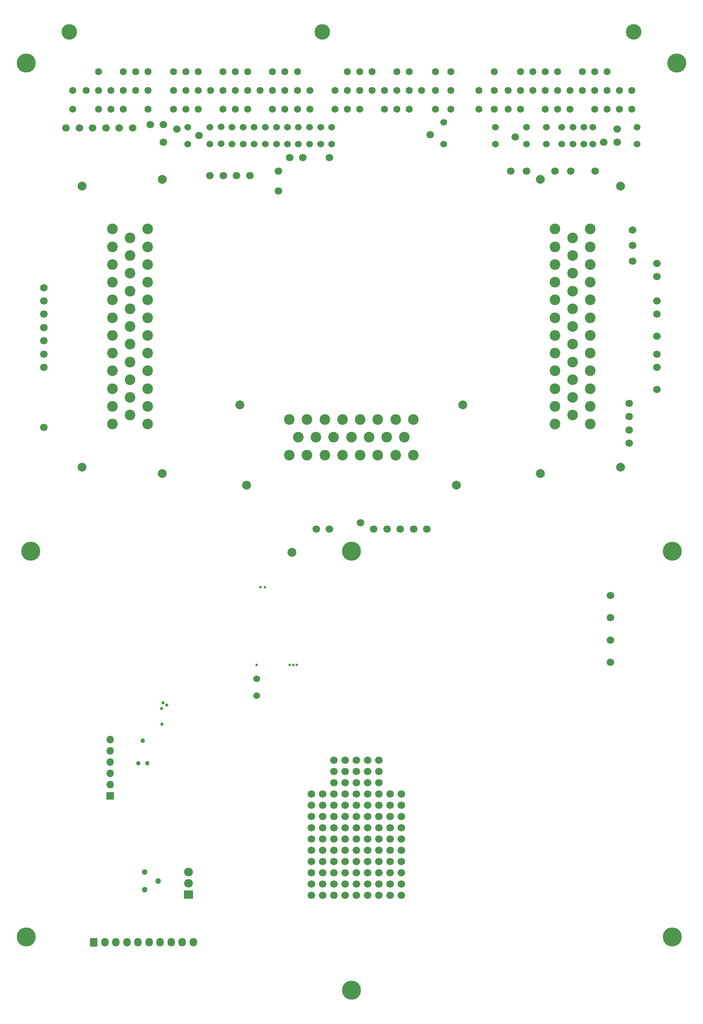
<source format=gbs>
G75*
G70*
%OFA0B0*%
%FSLAX25Y25*%
%IPPOS*%
%LPD*%
%AMOC8*
5,1,8,0,0,1.08239X$1,22.5*
%
%ADD10C,0.06693*%
%ADD107C,0.02913*%
%ADD11C,0.06000*%
%ADD113R,0.07874X0.07500*%
%ADD114O,0.07874X0.07500*%
%ADD13C,0.02362*%
%ADD26C,0.09449*%
%ADD27O,0.06693X0.07677*%
%ADD28C,0.06299*%
%ADD38R,0.06693X0.06693*%
%ADD39O,0.06693X0.06693*%
%ADD45C,0.07874*%
%ADD46C,0.16929*%
%ADD47C,0.13780*%
%ADD74C,0.05118*%
%ADD91C,0.03900*%
X0000000Y0000000D02*
%LPD*%
G01*
D10*
X0576772Y0568898D03*
X0051181Y0781496D03*
X0299528Y0150079D03*
X0299528Y0160079D03*
X0299528Y0170079D03*
X0299528Y0180079D03*
X0299528Y0190079D03*
X0309528Y0150079D03*
X0309528Y0160079D03*
X0309528Y0170079D03*
X0309528Y0180079D03*
X0309528Y0190079D03*
X0319528Y0150079D03*
X0319528Y0160079D03*
X0319528Y0170079D03*
X0319528Y0180079D03*
X0319528Y0190079D03*
X0535433Y0366142D03*
D11*
X0188976Y0782498D03*
X0188976Y0767498D03*
D46*
X0305118Y0015748D03*
D10*
X0521654Y0743307D03*
X0486220Y0743307D03*
D11*
X0228346Y0782303D03*
X0228346Y0767303D03*
D10*
X0450787Y0773622D03*
X0446850Y0743307D03*
X0535433Y0326772D03*
D46*
X0019685Y0405512D03*
D11*
X0501969Y0782303D03*
X0501969Y0767303D03*
D10*
X0031496Y0592520D03*
X0576772Y0596457D03*
D46*
X0015748Y0839370D03*
D10*
X0250000Y0755118D03*
X0137795Y0768898D03*
X0031496Y0568898D03*
X0285433Y0425197D03*
D13*
X0220571Y0304724D03*
X0250098Y0304724D03*
X0253248Y0304724D03*
X0256398Y0304724D03*
X0228051Y0373720D03*
X0224114Y0373720D03*
D10*
X0074803Y0781496D03*
X0541339Y0768898D03*
D46*
X0590551Y0062992D03*
D10*
X0535433Y0307087D03*
X0551969Y0501575D03*
X0179134Y0739370D03*
X0541339Y0780709D03*
X0329528Y0200079D03*
X0319528Y0200079D03*
X0309528Y0200079D03*
X0299528Y0200079D03*
X0289528Y0200079D03*
X0329528Y0210079D03*
X0319528Y0210079D03*
X0309528Y0210079D03*
X0299528Y0210079D03*
X0289528Y0210079D03*
X0329528Y0220079D03*
X0319528Y0220079D03*
X0309528Y0220079D03*
X0299528Y0220079D03*
X0289528Y0220079D03*
D13*
X0137254Y0270919D03*
X0140699Y0268852D03*
X0136073Y0265899D03*
X0136368Y0251923D03*
D10*
X0576772Y0616142D03*
D45*
X0544291Y0480413D03*
X0544291Y0730020D03*
X0473032Y0474508D03*
X0473032Y0735925D03*
X0404134Y0535531D03*
X0398228Y0464272D03*
X0211614Y0464272D03*
X0205709Y0535531D03*
X0136811Y0474508D03*
X0136811Y0735925D03*
X0065551Y0480413D03*
X0065551Y0730020D03*
D26*
X0517520Y0518602D03*
X0517520Y0534350D03*
X0517520Y0550098D03*
X0517520Y0565846D03*
X0517520Y0581594D03*
X0517520Y0597343D03*
X0517520Y0613091D03*
X0517520Y0628839D03*
X0517520Y0644587D03*
X0517520Y0660335D03*
X0517520Y0676083D03*
X0517520Y0691831D03*
X0501772Y0526476D03*
X0501772Y0542224D03*
X0501772Y0557972D03*
X0501772Y0573720D03*
X0501772Y0589469D03*
X0501772Y0605217D03*
X0501772Y0620965D03*
X0501772Y0636713D03*
X0501772Y0652461D03*
X0501772Y0668209D03*
X0501772Y0683957D03*
X0486024Y0518602D03*
X0486024Y0534350D03*
X0486024Y0550098D03*
X0486024Y0565846D03*
X0486024Y0581594D03*
X0486024Y0597343D03*
X0486024Y0613091D03*
X0486024Y0628839D03*
X0486024Y0644587D03*
X0486024Y0660335D03*
X0486024Y0676083D03*
X0486024Y0691831D03*
X0249803Y0491043D03*
X0265551Y0491043D03*
X0281299Y0491043D03*
X0297047Y0491043D03*
X0312795Y0491043D03*
X0328543Y0491043D03*
X0344291Y0491043D03*
X0360039Y0491043D03*
X0257677Y0506791D03*
X0273425Y0506791D03*
X0289173Y0506791D03*
X0304921Y0506791D03*
X0320669Y0506791D03*
X0336417Y0506791D03*
X0352165Y0506791D03*
X0249803Y0522539D03*
X0265551Y0522539D03*
X0281299Y0522539D03*
X0297047Y0522539D03*
X0312795Y0522539D03*
X0328543Y0522539D03*
X0344291Y0522539D03*
X0360039Y0522539D03*
X0092323Y0691831D03*
X0092323Y0676083D03*
X0092323Y0660335D03*
X0092323Y0644587D03*
X0092323Y0628839D03*
X0092323Y0613091D03*
X0092323Y0597343D03*
X0092323Y0581594D03*
X0092323Y0565846D03*
X0092323Y0550098D03*
X0092323Y0534350D03*
X0092323Y0518602D03*
X0108071Y0683957D03*
X0108071Y0668209D03*
X0108071Y0652461D03*
X0108071Y0636713D03*
X0108071Y0620965D03*
X0108071Y0605217D03*
X0108071Y0589469D03*
X0108071Y0573720D03*
X0108071Y0557972D03*
X0108071Y0542224D03*
X0108071Y0526476D03*
X0123819Y0691831D03*
X0123819Y0676083D03*
X0123819Y0660335D03*
X0123819Y0644587D03*
X0123819Y0628839D03*
X0123819Y0613091D03*
X0123819Y0597343D03*
X0123819Y0581594D03*
X0123819Y0565846D03*
X0123819Y0550098D03*
X0123819Y0534350D03*
X0123819Y0518602D03*
D10*
X0299528Y0100079D03*
X0299528Y0110079D03*
X0299528Y0120079D03*
X0299528Y0130079D03*
X0299528Y0140079D03*
X0309528Y0100079D03*
X0309528Y0110079D03*
X0309528Y0120079D03*
X0309528Y0130079D03*
X0309528Y0140079D03*
X0319528Y0100079D03*
X0319528Y0110079D03*
X0319528Y0120079D03*
X0319528Y0130079D03*
X0319528Y0140079D03*
G36*
G01*
X0072441Y0055295D02*
X0072441Y0061004D01*
G75*
G02*
X0073425Y0061988I0000984J0000000D01*
G01*
X0078150Y0061988D01*
G75*
G02*
X0079134Y0061004I0000000J-000984D01*
G01*
X0079134Y0055295D01*
G75*
G02*
X0078150Y0054311I-000984J0000000D01*
G01*
X0073425Y0054311D01*
G75*
G02*
X0072441Y0055295I0000000J0000984D01*
G01*
G37*
D27*
X0085630Y0058150D03*
X0095472Y0058150D03*
X0105315Y0058150D03*
X0115157Y0058150D03*
X0125000Y0058150D03*
X0134843Y0058150D03*
X0144685Y0058150D03*
X0154528Y0058150D03*
X0164370Y0058150D03*
D10*
X0375073Y0775591D03*
X0551969Y0525197D03*
D11*
X0478346Y0782303D03*
X0478346Y0767303D03*
X0198819Y0782303D03*
X0198819Y0767303D03*
X0267717Y0782303D03*
X0267717Y0767303D03*
X0387008Y0786655D03*
X0387008Y0767364D03*
X0511811Y0782303D03*
X0511811Y0767303D03*
D10*
X0062992Y0781496D03*
X0529528Y0768898D03*
X0329528Y0150079D03*
X0329528Y0160079D03*
X0329528Y0170079D03*
X0329528Y0180079D03*
X0329528Y0190079D03*
X0339528Y0150079D03*
X0339528Y0160079D03*
X0339528Y0170079D03*
X0339528Y0180079D03*
X0339528Y0190079D03*
X0349528Y0150079D03*
X0349528Y0160079D03*
X0349528Y0170079D03*
X0349528Y0180079D03*
X0349528Y0190079D03*
D46*
X0590551Y0405512D03*
D10*
X0031496Y0515748D03*
X0372047Y0425197D03*
D46*
X0015748Y0062992D03*
D10*
X0240157Y0743307D03*
X0269528Y0100079D03*
X0269528Y0110079D03*
X0269528Y0120079D03*
X0269528Y0130079D03*
X0269528Y0140079D03*
X0279528Y0100079D03*
X0279528Y0110079D03*
X0279528Y0120079D03*
X0279528Y0130079D03*
X0279528Y0140079D03*
X0289528Y0100079D03*
X0289528Y0110079D03*
X0289528Y0120079D03*
X0289528Y0130079D03*
X0289528Y0140079D03*
X0551969Y0513386D03*
X0202756Y0739370D03*
D47*
X0054134Y0866929D03*
X0279134Y0866929D03*
X0556102Y0866929D03*
D28*
X0554528Y0798425D03*
X0543504Y0798425D03*
X0532480Y0798425D03*
X0521457Y0798425D03*
X0499409Y0798425D03*
X0488386Y0798425D03*
X0477362Y0798425D03*
X0455315Y0798425D03*
X0444291Y0798425D03*
X0432087Y0798425D03*
X0418307Y0798425D03*
X0554528Y0814961D03*
X0543504Y0814961D03*
X0532480Y0814961D03*
X0521457Y0814961D03*
X0510433Y0814961D03*
X0499409Y0814961D03*
X0488386Y0814961D03*
X0477362Y0814961D03*
X0466339Y0814961D03*
X0455315Y0814961D03*
X0444291Y0814961D03*
X0432087Y0814961D03*
X0418307Y0814961D03*
X0532480Y0831496D03*
X0521457Y0831496D03*
X0510433Y0831496D03*
X0488386Y0831496D03*
X0477362Y0831496D03*
X0466339Y0831496D03*
X0455315Y0831496D03*
X0432087Y0831496D03*
X0393504Y0798425D03*
X0379724Y0798425D03*
X0356496Y0798425D03*
X0345472Y0798425D03*
X0334449Y0798425D03*
X0312402Y0798425D03*
X0301378Y0798425D03*
X0290354Y0798425D03*
X0393504Y0814961D03*
X0379724Y0814961D03*
X0367520Y0814961D03*
X0356496Y0814961D03*
X0345472Y0814961D03*
X0334449Y0814961D03*
X0323425Y0814961D03*
X0312402Y0814961D03*
X0301378Y0814961D03*
X0290354Y0814961D03*
X0393504Y0831496D03*
X0379724Y0831496D03*
X0356496Y0831496D03*
X0345472Y0831496D03*
X0323425Y0831496D03*
X0312402Y0831496D03*
X0301378Y0831496D03*
X0267913Y0798425D03*
X0256890Y0798425D03*
X0245866Y0798425D03*
X0234843Y0798425D03*
X0212795Y0798425D03*
X0201772Y0798425D03*
X0190748Y0798425D03*
X0168701Y0798425D03*
X0157677Y0798425D03*
X0146654Y0798425D03*
X0267913Y0814961D03*
X0256890Y0814961D03*
X0245866Y0814961D03*
X0234843Y0814961D03*
X0223819Y0814961D03*
X0212795Y0814961D03*
X0201772Y0814961D03*
X0190748Y0814961D03*
X0179724Y0814961D03*
X0168701Y0814961D03*
X0157677Y0814961D03*
X0146654Y0814961D03*
X0256890Y0831496D03*
X0245866Y0831496D03*
X0234843Y0831496D03*
X0212795Y0831496D03*
X0201772Y0831496D03*
X0190748Y0831496D03*
X0168701Y0831496D03*
X0157677Y0831496D03*
X0146654Y0831496D03*
X0124213Y0798425D03*
X0102165Y0798425D03*
X0091142Y0798425D03*
X0080118Y0798425D03*
X0056890Y0798425D03*
X0124213Y0814961D03*
X0113189Y0814961D03*
X0102165Y0814961D03*
X0091142Y0814961D03*
X0080118Y0814961D03*
X0069094Y0814961D03*
X0056890Y0814961D03*
X0124213Y0831496D03*
X0113189Y0831496D03*
X0102165Y0831496D03*
X0080118Y0831496D03*
D11*
X0179134Y0782303D03*
X0179134Y0767303D03*
X0519685Y0782303D03*
X0519685Y0767303D03*
D10*
X0551969Y0537008D03*
D46*
X0594488Y0839370D03*
D10*
X0348425Y0425197D03*
D11*
X0277559Y0782303D03*
X0277559Y0767303D03*
D10*
X0535433Y0346457D03*
D11*
X0559055Y0782303D03*
X0559055Y0767303D03*
D10*
X0137795Y0784646D03*
X0261811Y0755118D03*
X0329528Y0100079D03*
X0329528Y0110079D03*
X0329528Y0120079D03*
X0329528Y0130079D03*
X0329528Y0140079D03*
X0339528Y0100079D03*
X0339528Y0110079D03*
X0339528Y0120079D03*
X0339528Y0130079D03*
X0339528Y0140079D03*
X0349528Y0100079D03*
X0349528Y0110079D03*
X0349528Y0120079D03*
X0349528Y0130079D03*
X0349528Y0140079D03*
D38*
X0090551Y0188189D03*
D39*
X0090551Y0198189D03*
X0090551Y0208189D03*
X0090551Y0218189D03*
X0090551Y0228189D03*
X0090551Y0238189D03*
D10*
X0214567Y0739370D03*
X0031496Y0639764D03*
X0273622Y0425197D03*
D11*
X0238268Y0782303D03*
X0238268Y0767303D03*
X0159449Y0782303D03*
X0159449Y0767303D03*
D10*
X0555118Y0663386D03*
X0110236Y0781496D03*
X0086614Y0781496D03*
X0555118Y0677165D03*
D11*
X0208661Y0782303D03*
X0208661Y0767303D03*
D10*
X0576772Y0580709D03*
D11*
X0460630Y0782303D03*
X0460630Y0767303D03*
D10*
X0576772Y0627953D03*
X0312992Y0431102D03*
X0576772Y0661417D03*
X0031496Y0580709D03*
X0500000Y0743307D03*
X0169291Y0774803D03*
D11*
X0248031Y0782303D03*
X0248031Y0767303D03*
X0287402Y0782303D03*
X0287402Y0767303D03*
X0433071Y0782303D03*
X0433071Y0767303D03*
D10*
X0098425Y0781496D03*
D11*
X0492126Y0782303D03*
X0492126Y0767303D03*
D10*
X0125984Y0784646D03*
X0240157Y0725591D03*
D46*
X0305118Y0405512D03*
D10*
X0360236Y0425197D03*
X0269528Y0150079D03*
X0269528Y0160079D03*
X0269528Y0170079D03*
X0269528Y0180079D03*
X0269528Y0190079D03*
X0279528Y0150079D03*
X0279528Y0160079D03*
X0279528Y0170079D03*
X0279528Y0180079D03*
X0279528Y0190079D03*
X0289528Y0150079D03*
X0289528Y0160079D03*
X0289528Y0170079D03*
X0289528Y0180079D03*
X0289528Y0190079D03*
X0576772Y0649606D03*
X0576772Y0549213D03*
X0324803Y0425197D03*
X0285433Y0755118D03*
X0031496Y0616142D03*
X0031496Y0627953D03*
X0460630Y0743307D03*
X0031496Y0604331D03*
X0149606Y0780709D03*
X0190945Y0739370D03*
X0336614Y0425197D03*
X0555118Y0690945D03*
D11*
X0218504Y0782303D03*
X0218504Y0767303D03*
X0257874Y0782303D03*
X0257874Y0767303D03*
X0220571Y0292146D03*
X0220571Y0277146D03*
D45*
X0251969Y0404724D03*
X0217126Y0375197D02*
%LPD*%
G01*
D13*
X0220571Y0304725D03*
X0250098Y0304725D03*
X0253248Y0304725D03*
X0256398Y0304725D03*
X0228051Y0373721D03*
X0224114Y0373721D03*
X0108563Y0241417D02*
%LPD*%
G01*
D74*
X0121161Y0120551D03*
X0121161Y0104803D03*
X0132972Y0112677D03*
D91*
X0119390Y0237244D03*
X0115390Y0217244D03*
X0123390Y0217244D03*
D113*
X0160138Y0100708D03*
D114*
X0160138Y0110708D03*
X0160138Y0120708D03*
X0167569Y0276332D02*
G01*
G75*
D107*
X0136368Y0251923D02*
D03*
X0136073Y0265899D02*
D03*
X0137254Y0270919D02*
D03*
X0140699Y0268852D02*
D03*
M02*

</source>
